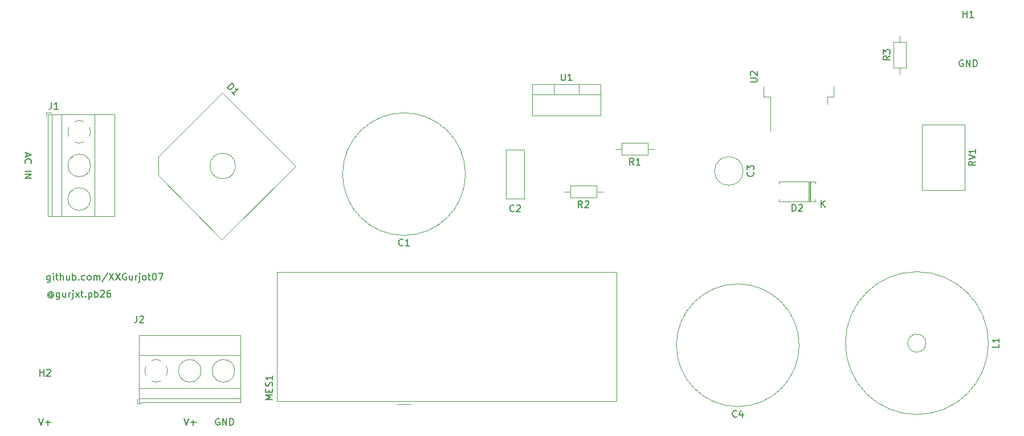
<source format=gto>
%TF.GenerationSoftware,KiCad,Pcbnew,(5.1.10)-1*%
%TF.CreationDate,2021-12-30T01:37:01+05:30*%
%TF.ProjectId,New,4e65772e-6b69-4636-9164-5f7063625858,Final*%
%TF.SameCoordinates,Original*%
%TF.FileFunction,Legend,Top*%
%TF.FilePolarity,Positive*%
%FSLAX46Y46*%
G04 Gerber Fmt 4.6, Leading zero omitted, Abs format (unit mm)*
G04 Created by KiCad (PCBNEW (5.1.10)-1) date 2021-12-30 01:37:01*
%MOMM*%
%LPD*%
G01*
G04 APERTURE LIST*
%ADD10C,0.150000*%
%ADD11C,0.120000*%
%ADD12C,1.440000*%
%ADD13C,2.600000*%
%ADD14R,2.600000X2.600000*%
%ADD15C,5.000000*%
%ADD16C,1.500000*%
%ADD17R,1.500000X1.500000*%
%ADD18C,2.000000*%
%ADD19O,1.400000X1.400000*%
%ADD20C,1.400000*%
%ADD21C,1.200000*%
%ADD22R,10.800000X9.400000*%
%ADD23R,1.100000X4.600000*%
%ADD24O,1.905000X2.000000*%
%ADD25R,1.905000X2.000000*%
%ADD26O,1.800000X1.800000*%
%ADD27R,1.800000X1.800000*%
%ADD28C,0.100000*%
%ADD29C,1.600000*%
G04 APERTURE END LIST*
D10*
X75986190Y-106656190D02*
X75938571Y-106608571D01*
X75843333Y-106560952D01*
X75748095Y-106560952D01*
X75652857Y-106608571D01*
X75605238Y-106656190D01*
X75557619Y-106751428D01*
X75557619Y-106846666D01*
X75605238Y-106941904D01*
X75652857Y-106989523D01*
X75748095Y-107037142D01*
X75843333Y-107037142D01*
X75938571Y-106989523D01*
X75986190Y-106941904D01*
X75986190Y-106560952D02*
X75986190Y-106941904D01*
X76033809Y-106989523D01*
X76081428Y-106989523D01*
X76176666Y-106941904D01*
X76224285Y-106846666D01*
X76224285Y-106608571D01*
X76129047Y-106465714D01*
X75986190Y-106370476D01*
X75795714Y-106322857D01*
X75605238Y-106370476D01*
X75462380Y-106465714D01*
X75367142Y-106608571D01*
X75319523Y-106799047D01*
X75367142Y-106989523D01*
X75462380Y-107132380D01*
X75605238Y-107227619D01*
X75795714Y-107275238D01*
X75986190Y-107227619D01*
X76129047Y-107132380D01*
X77081428Y-106465714D02*
X77081428Y-107275238D01*
X77033809Y-107370476D01*
X76986190Y-107418095D01*
X76890952Y-107465714D01*
X76748095Y-107465714D01*
X76652857Y-107418095D01*
X77081428Y-107084761D02*
X76986190Y-107132380D01*
X76795714Y-107132380D01*
X76700476Y-107084761D01*
X76652857Y-107037142D01*
X76605238Y-106941904D01*
X76605238Y-106656190D01*
X76652857Y-106560952D01*
X76700476Y-106513333D01*
X76795714Y-106465714D01*
X76986190Y-106465714D01*
X77081428Y-106513333D01*
X77986190Y-106465714D02*
X77986190Y-107132380D01*
X77557619Y-106465714D02*
X77557619Y-106989523D01*
X77605238Y-107084761D01*
X77700476Y-107132380D01*
X77843333Y-107132380D01*
X77938571Y-107084761D01*
X77986190Y-107037142D01*
X78462380Y-107132380D02*
X78462380Y-106465714D01*
X78462380Y-106656190D02*
X78510000Y-106560952D01*
X78557619Y-106513333D01*
X78652857Y-106465714D01*
X78748095Y-106465714D01*
X79081428Y-106465714D02*
X79081428Y-107322857D01*
X79033809Y-107418095D01*
X78938571Y-107465714D01*
X78890952Y-107465714D01*
X79081428Y-106132380D02*
X79033809Y-106180000D01*
X79081428Y-106227619D01*
X79129047Y-106180000D01*
X79081428Y-106132380D01*
X79081428Y-106227619D01*
X79462380Y-107132380D02*
X79986190Y-106465714D01*
X79462380Y-106465714D02*
X79986190Y-107132380D01*
X80224285Y-106465714D02*
X80605238Y-106465714D01*
X80367142Y-106132380D02*
X80367142Y-106989523D01*
X80414761Y-107084761D01*
X80510000Y-107132380D01*
X80605238Y-107132380D01*
X80938571Y-107037142D02*
X80986190Y-107084761D01*
X80938571Y-107132380D01*
X80890952Y-107084761D01*
X80938571Y-107037142D01*
X80938571Y-107132380D01*
X81414761Y-106465714D02*
X81414761Y-107465714D01*
X81414761Y-106513333D02*
X81509999Y-106465714D01*
X81700476Y-106465714D01*
X81795714Y-106513333D01*
X81843333Y-106560952D01*
X81890952Y-106656190D01*
X81890952Y-106941904D01*
X81843333Y-107037142D01*
X81795714Y-107084761D01*
X81700476Y-107132380D01*
X81509999Y-107132380D01*
X81414761Y-107084761D01*
X82319523Y-107132380D02*
X82319523Y-106132380D01*
X82319523Y-106513333D02*
X82414761Y-106465714D01*
X82605238Y-106465714D01*
X82700476Y-106513333D01*
X82748095Y-106560952D01*
X82795714Y-106656190D01*
X82795714Y-106941904D01*
X82748095Y-107037142D01*
X82700476Y-107084761D01*
X82605238Y-107132380D01*
X82414761Y-107132380D01*
X82319523Y-107084761D01*
X83176666Y-106227619D02*
X83224285Y-106180000D01*
X83319523Y-106132380D01*
X83557619Y-106132380D01*
X83652857Y-106180000D01*
X83700476Y-106227619D01*
X83748095Y-106322857D01*
X83748095Y-106418095D01*
X83700476Y-106560952D01*
X83129047Y-107132380D01*
X83748095Y-107132380D01*
X84605238Y-106132380D02*
X84414761Y-106132380D01*
X84319523Y-106180000D01*
X84271904Y-106227619D01*
X84176666Y-106370476D01*
X84129047Y-106560952D01*
X84129047Y-106941904D01*
X84176666Y-107037142D01*
X84224285Y-107084761D01*
X84319523Y-107132380D01*
X84509999Y-107132380D01*
X84605238Y-107084761D01*
X84652857Y-107037142D01*
X84700476Y-106941904D01*
X84700476Y-106703809D01*
X84652857Y-106608571D01*
X84605238Y-106560952D01*
X84509999Y-106513333D01*
X84319523Y-106513333D01*
X84224285Y-106560952D01*
X84176666Y-106608571D01*
X84129047Y-106703809D01*
X75700952Y-103925714D02*
X75700952Y-104735238D01*
X75653333Y-104830476D01*
X75605714Y-104878095D01*
X75510476Y-104925714D01*
X75367619Y-104925714D01*
X75272380Y-104878095D01*
X75700952Y-104544761D02*
X75605714Y-104592380D01*
X75415238Y-104592380D01*
X75320000Y-104544761D01*
X75272380Y-104497142D01*
X75224761Y-104401904D01*
X75224761Y-104116190D01*
X75272380Y-104020952D01*
X75320000Y-103973333D01*
X75415238Y-103925714D01*
X75605714Y-103925714D01*
X75700952Y-103973333D01*
X76177142Y-104592380D02*
X76177142Y-103925714D01*
X76177142Y-103592380D02*
X76129523Y-103640000D01*
X76177142Y-103687619D01*
X76224761Y-103640000D01*
X76177142Y-103592380D01*
X76177142Y-103687619D01*
X76510476Y-103925714D02*
X76891428Y-103925714D01*
X76653333Y-103592380D02*
X76653333Y-104449523D01*
X76700952Y-104544761D01*
X76796190Y-104592380D01*
X76891428Y-104592380D01*
X77224761Y-104592380D02*
X77224761Y-103592380D01*
X77653333Y-104592380D02*
X77653333Y-104068571D01*
X77605714Y-103973333D01*
X77510476Y-103925714D01*
X77367619Y-103925714D01*
X77272380Y-103973333D01*
X77224761Y-104020952D01*
X78558095Y-103925714D02*
X78558095Y-104592380D01*
X78129523Y-103925714D02*
X78129523Y-104449523D01*
X78177142Y-104544761D01*
X78272380Y-104592380D01*
X78415238Y-104592380D01*
X78510476Y-104544761D01*
X78558095Y-104497142D01*
X79034285Y-104592380D02*
X79034285Y-103592380D01*
X79034285Y-103973333D02*
X79129523Y-103925714D01*
X79320000Y-103925714D01*
X79415238Y-103973333D01*
X79462857Y-104020952D01*
X79510476Y-104116190D01*
X79510476Y-104401904D01*
X79462857Y-104497142D01*
X79415238Y-104544761D01*
X79320000Y-104592380D01*
X79129523Y-104592380D01*
X79034285Y-104544761D01*
X79939047Y-104497142D02*
X79986666Y-104544761D01*
X79939047Y-104592380D01*
X79891428Y-104544761D01*
X79939047Y-104497142D01*
X79939047Y-104592380D01*
X80843809Y-104544761D02*
X80748571Y-104592380D01*
X80558095Y-104592380D01*
X80462857Y-104544761D01*
X80415238Y-104497142D01*
X80367619Y-104401904D01*
X80367619Y-104116190D01*
X80415238Y-104020952D01*
X80462857Y-103973333D01*
X80558095Y-103925714D01*
X80748571Y-103925714D01*
X80843809Y-103973333D01*
X81415238Y-104592380D02*
X81320000Y-104544761D01*
X81272380Y-104497142D01*
X81224761Y-104401904D01*
X81224761Y-104116190D01*
X81272380Y-104020952D01*
X81320000Y-103973333D01*
X81415238Y-103925714D01*
X81558095Y-103925714D01*
X81653333Y-103973333D01*
X81700952Y-104020952D01*
X81748571Y-104116190D01*
X81748571Y-104401904D01*
X81700952Y-104497142D01*
X81653333Y-104544761D01*
X81558095Y-104592380D01*
X81415238Y-104592380D01*
X82177142Y-104592380D02*
X82177142Y-103925714D01*
X82177142Y-104020952D02*
X82224761Y-103973333D01*
X82320000Y-103925714D01*
X82462857Y-103925714D01*
X82558095Y-103973333D01*
X82605714Y-104068571D01*
X82605714Y-104592380D01*
X82605714Y-104068571D02*
X82653333Y-103973333D01*
X82748571Y-103925714D01*
X82891428Y-103925714D01*
X82986666Y-103973333D01*
X83034285Y-104068571D01*
X83034285Y-104592380D01*
X84224761Y-103544761D02*
X83367619Y-104830476D01*
X84462857Y-103592380D02*
X85129523Y-104592380D01*
X85129523Y-103592380D02*
X84462857Y-104592380D01*
X85415238Y-103592380D02*
X86081904Y-104592380D01*
X86081904Y-103592380D02*
X85415238Y-104592380D01*
X86986666Y-103640000D02*
X86891428Y-103592380D01*
X86748571Y-103592380D01*
X86605714Y-103640000D01*
X86510476Y-103735238D01*
X86462857Y-103830476D01*
X86415238Y-104020952D01*
X86415238Y-104163809D01*
X86462857Y-104354285D01*
X86510476Y-104449523D01*
X86605714Y-104544761D01*
X86748571Y-104592380D01*
X86843809Y-104592380D01*
X86986666Y-104544761D01*
X87034285Y-104497142D01*
X87034285Y-104163809D01*
X86843809Y-104163809D01*
X87891428Y-103925714D02*
X87891428Y-104592380D01*
X87462857Y-103925714D02*
X87462857Y-104449523D01*
X87510476Y-104544761D01*
X87605714Y-104592380D01*
X87748571Y-104592380D01*
X87843809Y-104544761D01*
X87891428Y-104497142D01*
X88367619Y-104592380D02*
X88367619Y-103925714D01*
X88367619Y-104116190D02*
X88415238Y-104020952D01*
X88462857Y-103973333D01*
X88558095Y-103925714D01*
X88653333Y-103925714D01*
X88986666Y-103925714D02*
X88986666Y-104782857D01*
X88939047Y-104878095D01*
X88843809Y-104925714D01*
X88796190Y-104925714D01*
X88986666Y-103592380D02*
X88939047Y-103640000D01*
X88986666Y-103687619D01*
X89034285Y-103640000D01*
X88986666Y-103592380D01*
X88986666Y-103687619D01*
X89605714Y-104592380D02*
X89510476Y-104544761D01*
X89462857Y-104497142D01*
X89415238Y-104401904D01*
X89415238Y-104116190D01*
X89462857Y-104020952D01*
X89510476Y-103973333D01*
X89605714Y-103925714D01*
X89748571Y-103925714D01*
X89843809Y-103973333D01*
X89891428Y-104020952D01*
X89939047Y-104116190D01*
X89939047Y-104401904D01*
X89891428Y-104497142D01*
X89843809Y-104544761D01*
X89748571Y-104592380D01*
X89605714Y-104592380D01*
X90224761Y-103925714D02*
X90605714Y-103925714D01*
X90367619Y-103592380D02*
X90367619Y-104449523D01*
X90415238Y-104544761D01*
X90510476Y-104592380D01*
X90605714Y-104592380D01*
X91129523Y-103592380D02*
X91224761Y-103592380D01*
X91320000Y-103640000D01*
X91367619Y-103687619D01*
X91415238Y-103782857D01*
X91462857Y-103973333D01*
X91462857Y-104211428D01*
X91415238Y-104401904D01*
X91367619Y-104497142D01*
X91320000Y-104544761D01*
X91224761Y-104592380D01*
X91129523Y-104592380D01*
X91034285Y-104544761D01*
X90986666Y-104497142D01*
X90939047Y-104401904D01*
X90891428Y-104211428D01*
X90891428Y-103973333D01*
X90939047Y-103782857D01*
X90986666Y-103687619D01*
X91034285Y-103640000D01*
X91129523Y-103592380D01*
X91796190Y-103592380D02*
X92462857Y-103592380D01*
X92034285Y-104592380D01*
X73977619Y-125182380D02*
X74310952Y-126182380D01*
X74644285Y-125182380D01*
X74977619Y-125801428D02*
X75739523Y-125801428D01*
X75358571Y-126182380D02*
X75358571Y-125420476D01*
X100838095Y-125230000D02*
X100742857Y-125182380D01*
X100600000Y-125182380D01*
X100457142Y-125230000D01*
X100361904Y-125325238D01*
X100314285Y-125420476D01*
X100266666Y-125610952D01*
X100266666Y-125753809D01*
X100314285Y-125944285D01*
X100361904Y-126039523D01*
X100457142Y-126134761D01*
X100600000Y-126182380D01*
X100695238Y-126182380D01*
X100838095Y-126134761D01*
X100885714Y-126087142D01*
X100885714Y-125753809D01*
X100695238Y-125753809D01*
X101314285Y-126182380D02*
X101314285Y-125182380D01*
X101885714Y-126182380D01*
X101885714Y-125182380D01*
X102361904Y-126182380D02*
X102361904Y-125182380D01*
X102600000Y-125182380D01*
X102742857Y-125230000D01*
X102838095Y-125325238D01*
X102885714Y-125420476D01*
X102933333Y-125610952D01*
X102933333Y-125753809D01*
X102885714Y-125944285D01*
X102838095Y-126039523D01*
X102742857Y-126134761D01*
X102600000Y-126182380D01*
X102361904Y-126182380D01*
X95567619Y-125182380D02*
X95900952Y-126182380D01*
X96234285Y-125182380D01*
X96567619Y-125801428D02*
X97329523Y-125801428D01*
X96948571Y-126182380D02*
X96948571Y-125420476D01*
X72223333Y-85749047D02*
X72223333Y-86225238D01*
X71937619Y-85653809D02*
X72937619Y-85987142D01*
X71937619Y-86320476D01*
X72032857Y-87225238D02*
X71985238Y-87177619D01*
X71937619Y-87034761D01*
X71937619Y-86939523D01*
X71985238Y-86796666D01*
X72080476Y-86701428D01*
X72175714Y-86653809D01*
X72366190Y-86606190D01*
X72509047Y-86606190D01*
X72699523Y-86653809D01*
X72794761Y-86701428D01*
X72890000Y-86796666D01*
X72937619Y-86939523D01*
X72937619Y-87034761D01*
X72890000Y-87177619D01*
X72842380Y-87225238D01*
X71937619Y-88415714D02*
X72937619Y-88415714D01*
X71937619Y-88891904D02*
X72937619Y-88891904D01*
X71937619Y-89463333D01*
X72937619Y-89463333D01*
X211328095Y-71890000D02*
X211232857Y-71842380D01*
X211090000Y-71842380D01*
X210947142Y-71890000D01*
X210851904Y-71985238D01*
X210804285Y-72080476D01*
X210756666Y-72270952D01*
X210756666Y-72413809D01*
X210804285Y-72604285D01*
X210851904Y-72699523D01*
X210947142Y-72794761D01*
X211090000Y-72842380D01*
X211185238Y-72842380D01*
X211328095Y-72794761D01*
X211375714Y-72747142D01*
X211375714Y-72413809D01*
X211185238Y-72413809D01*
X211804285Y-72842380D02*
X211804285Y-71842380D01*
X212375714Y-72842380D01*
X212375714Y-71842380D01*
X212851904Y-72842380D02*
X212851904Y-71842380D01*
X213090000Y-71842380D01*
X213232857Y-71890000D01*
X213328095Y-71985238D01*
X213375714Y-72080476D01*
X213423333Y-72270952D01*
X213423333Y-72413809D01*
X213375714Y-72604285D01*
X213328095Y-72699523D01*
X213232857Y-72794761D01*
X213090000Y-72842380D01*
X212851904Y-72842380D01*
D11*
%TO.C,RV1*%
X211580000Y-81475000D02*
X211580000Y-91245000D01*
X205240000Y-81475000D02*
X205240000Y-91245000D01*
X211580000Y-81475000D02*
X205240000Y-81475000D01*
X211580000Y-91245000D02*
X205240000Y-91245000D01*
%TO.C,J2*%
X91468805Y-119790253D02*
G75*
G02*
X90756000Y-119645000I-28805J1680253D01*
G01*
X89904574Y-118793042D02*
G75*
G02*
X89905000Y-117426000I1535426J683042D01*
G01*
X90756958Y-116574574D02*
G75*
G02*
X92124000Y-116575000I683042J-1535426D01*
G01*
X92975426Y-117426958D02*
G75*
G02*
X92975000Y-118794000I-1535426J-683042D01*
G01*
X92123318Y-119644756D02*
G75*
G02*
X91440000Y-119790000I-683318J1534756D01*
G01*
X98120000Y-118110000D02*
G75*
G03*
X98120000Y-118110000I-1680000J0D01*
G01*
X103120000Y-118110000D02*
G75*
G03*
X103120000Y-118110000I-1680000J0D01*
G01*
X88880000Y-122210000D02*
X104000000Y-122210000D01*
X88880000Y-120710000D02*
X104000000Y-120710000D01*
X88880000Y-115809000D02*
X104000000Y-115809000D01*
X88880000Y-112849000D02*
X104000000Y-112849000D01*
X88880000Y-122770000D02*
X104000000Y-122770000D01*
X88880000Y-112849000D02*
X88880000Y-122770000D01*
X104000000Y-112849000D02*
X104000000Y-122770000D01*
X97715000Y-117041000D02*
X97668000Y-117087000D01*
X95406000Y-119349000D02*
X95371000Y-119384000D01*
X97510000Y-116835000D02*
X97475000Y-116871000D01*
X95213000Y-119133000D02*
X95166000Y-119179000D01*
X102715000Y-117041000D02*
X102668000Y-117087000D01*
X100406000Y-119349000D02*
X100371000Y-119384000D01*
X102510000Y-116835000D02*
X102475000Y-116871000D01*
X100213000Y-119133000D02*
X100166000Y-119179000D01*
X88640000Y-122270000D02*
X88640000Y-123010000D01*
X88640000Y-123010000D02*
X89140000Y-123010000D01*
%TO.C,J1*%
X78329747Y-82578805D02*
G75*
G02*
X78475000Y-81866000I1680253J28805D01*
G01*
X79326958Y-81014574D02*
G75*
G02*
X80694000Y-81015000I683042J-1535426D01*
G01*
X81545426Y-81866958D02*
G75*
G02*
X81545000Y-83234000I-1535426J-683042D01*
G01*
X80693042Y-84085426D02*
G75*
G02*
X79326000Y-84085000I-683042J1535426D01*
G01*
X78475244Y-83233318D02*
G75*
G02*
X78330000Y-82550000I1534756J683318D01*
G01*
X81690000Y-87550000D02*
G75*
G03*
X81690000Y-87550000I-1680000J0D01*
G01*
X81690000Y-92550000D02*
G75*
G03*
X81690000Y-92550000I-1680000J0D01*
G01*
X75910000Y-79990000D02*
X75910000Y-95110000D01*
X77410000Y-79990000D02*
X77410000Y-95110000D01*
X82311000Y-79990000D02*
X82311000Y-95110000D01*
X85271000Y-79990000D02*
X85271000Y-95110000D01*
X75350000Y-79990000D02*
X75350000Y-95110000D01*
X85271000Y-79990000D02*
X75350000Y-79990000D01*
X85271000Y-95110000D02*
X75350000Y-95110000D01*
X81079000Y-88825000D02*
X81033000Y-88778000D01*
X78771000Y-86516000D02*
X78736000Y-86481000D01*
X81285000Y-88620000D02*
X81249000Y-88585000D01*
X78987000Y-86323000D02*
X78941000Y-86276000D01*
X81079000Y-93825000D02*
X81033000Y-93778000D01*
X78771000Y-91516000D02*
X78736000Y-91481000D01*
X81285000Y-93620000D02*
X81249000Y-93585000D01*
X78987000Y-91323000D02*
X78941000Y-91276000D01*
X75850000Y-79750000D02*
X75110000Y-79750000D01*
X75110000Y-79750000D02*
X75110000Y-80250000D01*
%TO.C,MES1*%
X127270000Y-123030000D02*
X129270000Y-123030000D01*
X159890000Y-103410000D02*
X109350000Y-103410000D01*
X159890000Y-122650000D02*
X159890000Y-103410000D01*
X109350000Y-122650000D02*
X159890000Y-122650000D01*
X109350000Y-122650000D02*
X109350000Y-103410000D01*
%TO.C,C4*%
X186980000Y-114300000D02*
G75*
G03*
X186980000Y-114300000I-9120000J0D01*
G01*
%TO.C,R3*%
X201930000Y-68250000D02*
X201930000Y-69200000D01*
X201930000Y-73990000D02*
X201930000Y-73040000D01*
X201010000Y-69200000D02*
X201010000Y-73040000D01*
X202850000Y-69200000D02*
X201010000Y-69200000D01*
X202850000Y-73040000D02*
X202850000Y-69200000D01*
X201010000Y-73040000D02*
X202850000Y-73040000D01*
%TO.C,C3*%
X178650000Y-88380000D02*
G75*
G03*
X178650000Y-88380000I-2120000J0D01*
G01*
%TO.C,R1*%
X159690000Y-85090000D02*
X160640000Y-85090000D01*
X165430000Y-85090000D02*
X164480000Y-85090000D01*
X160640000Y-86010000D02*
X164480000Y-86010000D01*
X160640000Y-84170000D02*
X160640000Y-86010000D01*
X164480000Y-84170000D02*
X160640000Y-84170000D01*
X164480000Y-86010000D02*
X164480000Y-84170000D01*
%TO.C,U2*%
X191175000Y-77330000D02*
X191175000Y-78430000D01*
X192125000Y-77330000D02*
X191175000Y-77330000D01*
X192125000Y-75830000D02*
X192125000Y-77330000D01*
X182675000Y-77330000D02*
X182675000Y-82455000D01*
X181725000Y-77330000D02*
X182675000Y-77330000D01*
X181725000Y-75830000D02*
X181725000Y-77330000D01*
%TO.C,U1*%
X154251000Y-75470000D02*
X154251000Y-76980000D01*
X150550000Y-75470000D02*
X150550000Y-76980000D01*
X147280000Y-76980000D02*
X157520000Y-76980000D01*
X157520000Y-75470000D02*
X157520000Y-80111000D01*
X147280000Y-75470000D02*
X147280000Y-80111000D01*
X147280000Y-80111000D02*
X157520000Y-80111000D01*
X147280000Y-75470000D02*
X157520000Y-75470000D01*
%TO.C,R2*%
X152070000Y-91440000D02*
X153020000Y-91440000D01*
X157810000Y-91440000D02*
X156860000Y-91440000D01*
X153020000Y-92360000D02*
X156860000Y-92360000D01*
X153020000Y-90520000D02*
X153020000Y-92360000D01*
X156860000Y-90520000D02*
X153020000Y-90520000D01*
X156860000Y-92360000D02*
X156860000Y-90520000D01*
%TO.C,L1*%
X205810000Y-113985000D02*
G75*
G03*
X205810000Y-113985000I-1340000J0D01*
G01*
X215090000Y-113985000D02*
G75*
G03*
X215090000Y-113985000I-10620000J0D01*
G01*
%TO.C,D2*%
X188630000Y-92910000D02*
X188630000Y-89970000D01*
X188390000Y-92910000D02*
X188390000Y-89970000D01*
X188510000Y-92910000D02*
X188510000Y-89970000D01*
X183970000Y-89970000D02*
X183970000Y-90300000D01*
X189410000Y-89970000D02*
X183970000Y-89970000D01*
X189410000Y-90300000D02*
X189410000Y-89970000D01*
X183970000Y-92910000D02*
X183970000Y-92580000D01*
X189410000Y-92910000D02*
X183970000Y-92910000D01*
X189410000Y-92580000D02*
X189410000Y-92910000D01*
%TO.C,D1*%
X101263200Y-76740556D02*
X91787969Y-86215786D01*
X91787969Y-86215786D02*
X91787969Y-89044214D01*
X91787969Y-89044214D02*
X101192489Y-98590155D01*
X101192489Y-98590155D02*
X112152644Y-87630000D01*
X112152644Y-87630000D02*
X101263200Y-76740556D01*
X103233910Y-87630000D02*
G75*
G03*
X103233910Y-87630000I-1899999J0D01*
G01*
%TO.C,C2*%
X146150000Y-92480000D02*
X143410000Y-92480000D01*
X146150000Y-85240000D02*
X143410000Y-85240000D01*
X143410000Y-85240000D02*
X143410000Y-92480000D01*
X146150000Y-85240000D02*
X146150000Y-92480000D01*
%TO.C,C1*%
X137390000Y-88840000D02*
G75*
G03*
X137390000Y-88840000I-9120000J0D01*
G01*
%TO.C,RV1*%
D10*
X213162380Y-86955238D02*
X212686190Y-87288571D01*
X213162380Y-87526666D02*
X212162380Y-87526666D01*
X212162380Y-87145714D01*
X212210000Y-87050476D01*
X212257619Y-87002857D01*
X212352857Y-86955238D01*
X212495714Y-86955238D01*
X212590952Y-87002857D01*
X212638571Y-87050476D01*
X212686190Y-87145714D01*
X212686190Y-87526666D01*
X212162380Y-86669523D02*
X213162380Y-86336190D01*
X212162380Y-86002857D01*
X213162380Y-85145714D02*
X213162380Y-85717142D01*
X213162380Y-85431428D02*
X212162380Y-85431428D01*
X212305238Y-85526666D01*
X212400476Y-85621904D01*
X212448095Y-85717142D01*
%TO.C,J2*%
X88566666Y-109942380D02*
X88566666Y-110656666D01*
X88519047Y-110799523D01*
X88423809Y-110894761D01*
X88280952Y-110942380D01*
X88185714Y-110942380D01*
X88995238Y-110037619D02*
X89042857Y-109990000D01*
X89138095Y-109942380D01*
X89376190Y-109942380D01*
X89471428Y-109990000D01*
X89519047Y-110037619D01*
X89566666Y-110132857D01*
X89566666Y-110228095D01*
X89519047Y-110370952D01*
X88947619Y-110942380D01*
X89566666Y-110942380D01*
%TO.C,J1*%
X75866666Y-78192380D02*
X75866666Y-78906666D01*
X75819047Y-79049523D01*
X75723809Y-79144761D01*
X75580952Y-79192380D01*
X75485714Y-79192380D01*
X76866666Y-79192380D02*
X76295238Y-79192380D01*
X76580952Y-79192380D02*
X76580952Y-78192380D01*
X76485714Y-78335238D01*
X76390476Y-78430476D01*
X76295238Y-78478095D01*
%TO.C,H2*%
X74168095Y-118872380D02*
X74168095Y-117872380D01*
X74168095Y-118348571D02*
X74739523Y-118348571D01*
X74739523Y-118872380D02*
X74739523Y-117872380D01*
X75168095Y-117967619D02*
X75215714Y-117920000D01*
X75310952Y-117872380D01*
X75549047Y-117872380D01*
X75644285Y-117920000D01*
X75691904Y-117967619D01*
X75739523Y-118062857D01*
X75739523Y-118158095D01*
X75691904Y-118300952D01*
X75120476Y-118872380D01*
X75739523Y-118872380D01*
%TO.C,H1*%
X211328095Y-65532380D02*
X211328095Y-64532380D01*
X211328095Y-65008571D02*
X211899523Y-65008571D01*
X211899523Y-65532380D02*
X211899523Y-64532380D01*
X212899523Y-65532380D02*
X212328095Y-65532380D01*
X212613809Y-65532380D02*
X212613809Y-64532380D01*
X212518571Y-64675238D01*
X212423333Y-64770476D01*
X212328095Y-64818095D01*
%TO.C,MES1*%
X108722380Y-122388095D02*
X107722380Y-122388095D01*
X108436666Y-122054761D01*
X107722380Y-121721428D01*
X108722380Y-121721428D01*
X108198571Y-121245238D02*
X108198571Y-120911904D01*
X108722380Y-120769047D02*
X108722380Y-121245238D01*
X107722380Y-121245238D01*
X107722380Y-120769047D01*
X108674761Y-120388095D02*
X108722380Y-120245238D01*
X108722380Y-120007142D01*
X108674761Y-119911904D01*
X108627142Y-119864285D01*
X108531904Y-119816666D01*
X108436666Y-119816666D01*
X108341428Y-119864285D01*
X108293809Y-119911904D01*
X108246190Y-120007142D01*
X108198571Y-120197619D01*
X108150952Y-120292857D01*
X108103333Y-120340476D01*
X108008095Y-120388095D01*
X107912857Y-120388095D01*
X107817619Y-120340476D01*
X107770000Y-120292857D01*
X107722380Y-120197619D01*
X107722380Y-119959523D01*
X107770000Y-119816666D01*
X108722380Y-118864285D02*
X108722380Y-119435714D01*
X108722380Y-119150000D02*
X107722380Y-119150000D01*
X107865238Y-119245238D01*
X107960476Y-119340476D01*
X108008095Y-119435714D01*
%TO.C,C4*%
X177693333Y-124907142D02*
X177645714Y-124954761D01*
X177502857Y-125002380D01*
X177407619Y-125002380D01*
X177264761Y-124954761D01*
X177169523Y-124859523D01*
X177121904Y-124764285D01*
X177074285Y-124573809D01*
X177074285Y-124430952D01*
X177121904Y-124240476D01*
X177169523Y-124145238D01*
X177264761Y-124050000D01*
X177407619Y-124002380D01*
X177502857Y-124002380D01*
X177645714Y-124050000D01*
X177693333Y-124097619D01*
X178550476Y-124335714D02*
X178550476Y-125002380D01*
X178312380Y-123954761D02*
X178074285Y-124669047D01*
X178693333Y-124669047D01*
%TO.C,R3*%
X200462380Y-71286666D02*
X199986190Y-71620000D01*
X200462380Y-71858095D02*
X199462380Y-71858095D01*
X199462380Y-71477142D01*
X199510000Y-71381904D01*
X199557619Y-71334285D01*
X199652857Y-71286666D01*
X199795714Y-71286666D01*
X199890952Y-71334285D01*
X199938571Y-71381904D01*
X199986190Y-71477142D01*
X199986190Y-71858095D01*
X199462380Y-70953333D02*
X199462380Y-70334285D01*
X199843333Y-70667619D01*
X199843333Y-70524761D01*
X199890952Y-70429523D01*
X199938571Y-70381904D01*
X200033809Y-70334285D01*
X200271904Y-70334285D01*
X200367142Y-70381904D01*
X200414761Y-70429523D01*
X200462380Y-70524761D01*
X200462380Y-70810476D01*
X200414761Y-70905714D01*
X200367142Y-70953333D01*
%TO.C,C3*%
X180137142Y-88546666D02*
X180184761Y-88594285D01*
X180232380Y-88737142D01*
X180232380Y-88832380D01*
X180184761Y-88975238D01*
X180089523Y-89070476D01*
X179994285Y-89118095D01*
X179803809Y-89165714D01*
X179660952Y-89165714D01*
X179470476Y-89118095D01*
X179375238Y-89070476D01*
X179280000Y-88975238D01*
X179232380Y-88832380D01*
X179232380Y-88737142D01*
X179280000Y-88594285D01*
X179327619Y-88546666D01*
X179232380Y-88213333D02*
X179232380Y-87594285D01*
X179613333Y-87927619D01*
X179613333Y-87784761D01*
X179660952Y-87689523D01*
X179708571Y-87641904D01*
X179803809Y-87594285D01*
X180041904Y-87594285D01*
X180137142Y-87641904D01*
X180184761Y-87689523D01*
X180232380Y-87784761D01*
X180232380Y-88070476D01*
X180184761Y-88165714D01*
X180137142Y-88213333D01*
%TO.C,R1*%
X162393333Y-87462380D02*
X162060000Y-86986190D01*
X161821904Y-87462380D02*
X161821904Y-86462380D01*
X162202857Y-86462380D01*
X162298095Y-86510000D01*
X162345714Y-86557619D01*
X162393333Y-86652857D01*
X162393333Y-86795714D01*
X162345714Y-86890952D01*
X162298095Y-86938571D01*
X162202857Y-86986190D01*
X161821904Y-86986190D01*
X163345714Y-87462380D02*
X162774285Y-87462380D01*
X163060000Y-87462380D02*
X163060000Y-86462380D01*
X162964761Y-86605238D01*
X162869523Y-86700476D01*
X162774285Y-86748095D01*
%TO.C,U2*%
X179727380Y-75141904D02*
X180536904Y-75141904D01*
X180632142Y-75094285D01*
X180679761Y-75046666D01*
X180727380Y-74951428D01*
X180727380Y-74760952D01*
X180679761Y-74665714D01*
X180632142Y-74618095D01*
X180536904Y-74570476D01*
X179727380Y-74570476D01*
X179822619Y-74141904D02*
X179775000Y-74094285D01*
X179727380Y-73999047D01*
X179727380Y-73760952D01*
X179775000Y-73665714D01*
X179822619Y-73618095D01*
X179917857Y-73570476D01*
X180013095Y-73570476D01*
X180155952Y-73618095D01*
X180727380Y-74189523D01*
X180727380Y-73570476D01*
%TO.C,U1*%
X151638095Y-73922380D02*
X151638095Y-74731904D01*
X151685714Y-74827142D01*
X151733333Y-74874761D01*
X151828571Y-74922380D01*
X152019047Y-74922380D01*
X152114285Y-74874761D01*
X152161904Y-74827142D01*
X152209523Y-74731904D01*
X152209523Y-73922380D01*
X153209523Y-74922380D02*
X152638095Y-74922380D01*
X152923809Y-74922380D02*
X152923809Y-73922380D01*
X152828571Y-74065238D01*
X152733333Y-74160476D01*
X152638095Y-74208095D01*
%TO.C,R2*%
X154773333Y-93812380D02*
X154440000Y-93336190D01*
X154201904Y-93812380D02*
X154201904Y-92812380D01*
X154582857Y-92812380D01*
X154678095Y-92860000D01*
X154725714Y-92907619D01*
X154773333Y-93002857D01*
X154773333Y-93145714D01*
X154725714Y-93240952D01*
X154678095Y-93288571D01*
X154582857Y-93336190D01*
X154201904Y-93336190D01*
X155154285Y-92907619D02*
X155201904Y-92860000D01*
X155297142Y-92812380D01*
X155535238Y-92812380D01*
X155630476Y-92860000D01*
X155678095Y-92907619D01*
X155725714Y-93002857D01*
X155725714Y-93098095D01*
X155678095Y-93240952D01*
X155106666Y-93812380D01*
X155725714Y-93812380D01*
%TO.C,L1*%
X216672380Y-114151666D02*
X216672380Y-114627857D01*
X215672380Y-114627857D01*
X216672380Y-113294523D02*
X216672380Y-113865952D01*
X216672380Y-113580238D02*
X215672380Y-113580238D01*
X215815238Y-113675476D01*
X215910476Y-113770714D01*
X215958095Y-113865952D01*
%TO.C,D2*%
X185951904Y-94362380D02*
X185951904Y-93362380D01*
X186190000Y-93362380D01*
X186332857Y-93410000D01*
X186428095Y-93505238D01*
X186475714Y-93600476D01*
X186523333Y-93790952D01*
X186523333Y-93933809D01*
X186475714Y-94124285D01*
X186428095Y-94219523D01*
X186332857Y-94314761D01*
X186190000Y-94362380D01*
X185951904Y-94362380D01*
X186904285Y-93457619D02*
X186951904Y-93410000D01*
X187047142Y-93362380D01*
X187285238Y-93362380D01*
X187380476Y-93410000D01*
X187428095Y-93457619D01*
X187475714Y-93552857D01*
X187475714Y-93648095D01*
X187428095Y-93790952D01*
X186856666Y-94362380D01*
X187475714Y-94362380D01*
X190238095Y-93792380D02*
X190238095Y-92792380D01*
X190809523Y-93792380D02*
X190380952Y-93220952D01*
X190809523Y-92792380D02*
X190238095Y-93363809D01*
%TO.C,D1*%
X102028206Y-75997969D02*
X102735312Y-75290862D01*
X102903671Y-75459221D01*
X102971015Y-75593908D01*
X102971015Y-75728595D01*
X102937343Y-75829610D01*
X102836328Y-75997969D01*
X102735312Y-76098984D01*
X102566954Y-76200000D01*
X102465938Y-76233671D01*
X102331251Y-76233671D01*
X102196564Y-76166328D01*
X102028206Y-75997969D01*
X103105702Y-77075465D02*
X102701641Y-76671404D01*
X102903671Y-76873435D02*
X103610778Y-76166328D01*
X103442419Y-76200000D01*
X103307732Y-76200000D01*
X103206717Y-76166328D01*
%TO.C,C2*%
X144613333Y-94337142D02*
X144565714Y-94384761D01*
X144422857Y-94432380D01*
X144327619Y-94432380D01*
X144184761Y-94384761D01*
X144089523Y-94289523D01*
X144041904Y-94194285D01*
X143994285Y-94003809D01*
X143994285Y-93860952D01*
X144041904Y-93670476D01*
X144089523Y-93575238D01*
X144184761Y-93480000D01*
X144327619Y-93432380D01*
X144422857Y-93432380D01*
X144565714Y-93480000D01*
X144613333Y-93527619D01*
X144994285Y-93527619D02*
X145041904Y-93480000D01*
X145137142Y-93432380D01*
X145375238Y-93432380D01*
X145470476Y-93480000D01*
X145518095Y-93527619D01*
X145565714Y-93622857D01*
X145565714Y-93718095D01*
X145518095Y-93860952D01*
X144946666Y-94432380D01*
X145565714Y-94432380D01*
%TO.C,C1*%
X128103333Y-99417142D02*
X128055714Y-99464761D01*
X127912857Y-99512380D01*
X127817619Y-99512380D01*
X127674761Y-99464761D01*
X127579523Y-99369523D01*
X127531904Y-99274285D01*
X127484285Y-99083809D01*
X127484285Y-98940952D01*
X127531904Y-98750476D01*
X127579523Y-98655238D01*
X127674761Y-98560000D01*
X127817619Y-98512380D01*
X127912857Y-98512380D01*
X128055714Y-98560000D01*
X128103333Y-98607619D01*
X129055714Y-99512380D02*
X128484285Y-99512380D01*
X128770000Y-99512380D02*
X128770000Y-98512380D01*
X128674761Y-98655238D01*
X128579523Y-98750476D01*
X128484285Y-98798095D01*
%TD*%
%LPC*%
D12*
%TO.C,RV1*%
X209550000Y-83820000D03*
X207010000Y-86360000D03*
X209550000Y-88900000D03*
%TD*%
D13*
%TO.C,J2*%
X101440000Y-118110000D03*
X96440000Y-118110000D03*
D14*
X91440000Y-118110000D03*
%TD*%
D13*
%TO.C,J1*%
X80010000Y-92550000D03*
X80010000Y-87550000D03*
D14*
X80010000Y-82550000D03*
%TD*%
D15*
%TO.C,H2*%
X74930000Y-121920000D03*
%TD*%
%TO.C,H1*%
X212090000Y-68580000D03*
%TD*%
D16*
%TO.C,MES1*%
X128270000Y-105410000D03*
X130810000Y-105410000D03*
X133350000Y-105410000D03*
X135890000Y-105410000D03*
X138430000Y-105410000D03*
X140970000Y-105410000D03*
X140970000Y-120650000D03*
X138430000Y-120650000D03*
X135890000Y-120650000D03*
X133350000Y-120650000D03*
X130810000Y-120650000D03*
D17*
X128270000Y-120650000D03*
%TD*%
D18*
%TO.C,C4*%
X174110000Y-114300000D03*
X181610000Y-114300000D03*
%TD*%
D19*
%TO.C,R3*%
X201930000Y-67310000D03*
D20*
X201930000Y-74930000D03*
%TD*%
D21*
%TO.C,C3*%
X176530000Y-89130000D03*
X176530000Y-87630000D03*
%TD*%
D19*
%TO.C,R1*%
X158750000Y-85090000D03*
D20*
X166370000Y-85090000D03*
%TD*%
D22*
%TO.C,U2*%
X186925000Y-71005000D03*
D23*
X190325000Y-80155000D03*
X188625000Y-80155000D03*
X186925000Y-80155000D03*
X185225000Y-80155000D03*
X183525000Y-80155000D03*
%TD*%
D24*
%TO.C,U1*%
X154940000Y-78740000D03*
X152400000Y-78740000D03*
D25*
X149860000Y-78740000D03*
%TD*%
D19*
%TO.C,R2*%
X151130000Y-91440000D03*
D20*
X158750000Y-91440000D03*
%TD*%
D13*
%TO.C,L1*%
X204470000Y-121290000D03*
X204470000Y-106680000D03*
%TD*%
D26*
%TO.C,D2*%
X182880000Y-91440000D03*
D27*
X190500000Y-91440000D03*
%TD*%
D13*
%TO.C,D1*%
X101333911Y-94983911D03*
D28*
G36*
X93980000Y-89468478D02*
G01*
X92141522Y-87630000D01*
X93980000Y-85791522D01*
X95818478Y-87630000D01*
X93980000Y-89468478D01*
G37*
D13*
X101333911Y-80276089D03*
X108687821Y-87630000D03*
%TD*%
D29*
%TO.C,C2*%
X144780000Y-91360000D03*
X144780000Y-86360000D03*
%TD*%
D18*
%TO.C,C1*%
X128270000Y-92590000D03*
X128270000Y-85090000D03*
%TD*%
M02*

</source>
